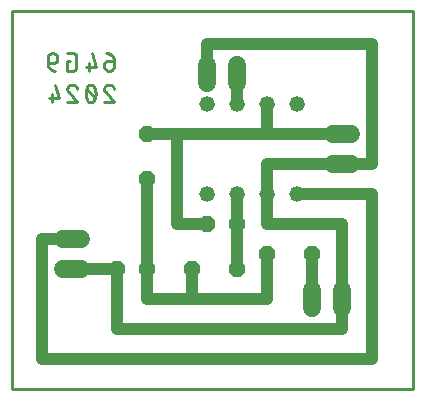
<source format=gbr>
G04 EAGLE Gerber RS-274X export*
G75*
%MOMM*%
%FSLAX34Y34*%
%LPD*%
%INTop Copper*%
%IPPOS*%
%AMOC8*
5,1,8,0,0,1.08239X$1,22.5*%
G01*
%ADD10C,0.279400*%
%ADD11P,1.429621X8X202.500000*%
%ADD12P,1.429621X8X22.500000*%
%ADD13C,1.320800*%
%ADD14P,1.539592X8X202.500000*%
%ADD15P,1.539592X8X112.500000*%
%ADD16P,1.539592X8X22.500000*%
%ADD17C,1.524000*%
%ADD18C,1.016000*%
%ADD19C,0.254000*%


D10*
X86703Y277693D02*
X81708Y277693D01*
X81708Y277692D02*
X81594Y277690D01*
X81481Y277684D01*
X81367Y277675D01*
X81255Y277661D01*
X81142Y277644D01*
X81030Y277622D01*
X80920Y277597D01*
X80810Y277569D01*
X80701Y277536D01*
X80593Y277500D01*
X80486Y277460D01*
X80381Y277416D01*
X80278Y277369D01*
X80176Y277319D01*
X80076Y277265D01*
X79978Y277207D01*
X79882Y277146D01*
X79788Y277083D01*
X79696Y277015D01*
X79606Y276945D01*
X79520Y276872D01*
X79435Y276796D01*
X79353Y276717D01*
X79274Y276635D01*
X79198Y276551D01*
X79125Y276464D01*
X79055Y276374D01*
X78988Y276282D01*
X78924Y276188D01*
X78863Y276092D01*
X78805Y275994D01*
X78751Y275894D01*
X78701Y275792D01*
X78654Y275689D01*
X78610Y275584D01*
X78570Y275477D01*
X78534Y275369D01*
X78501Y275260D01*
X78473Y275150D01*
X78448Y275040D01*
X78426Y274928D01*
X78409Y274815D01*
X78395Y274703D01*
X78386Y274589D01*
X78380Y274476D01*
X78378Y274362D01*
X78377Y274362D02*
X78377Y273530D01*
X78379Y273402D01*
X78385Y273274D01*
X78395Y273146D01*
X78409Y273018D01*
X78426Y272891D01*
X78448Y272765D01*
X78473Y272639D01*
X78503Y272515D01*
X78536Y272391D01*
X78573Y272268D01*
X78614Y272146D01*
X78658Y272026D01*
X78706Y271907D01*
X78758Y271790D01*
X78813Y271674D01*
X78872Y271561D01*
X78935Y271449D01*
X79001Y271338D01*
X79070Y271231D01*
X79142Y271125D01*
X79218Y271021D01*
X79297Y270920D01*
X79379Y270821D01*
X79464Y270725D01*
X79551Y270632D01*
X79642Y270541D01*
X79735Y270454D01*
X79831Y270369D01*
X79930Y270287D01*
X80031Y270208D01*
X80135Y270132D01*
X80241Y270060D01*
X80348Y269991D01*
X80458Y269925D01*
X80571Y269862D01*
X80684Y269803D01*
X80800Y269748D01*
X80917Y269696D01*
X81036Y269648D01*
X81156Y269604D01*
X81278Y269563D01*
X81401Y269526D01*
X81525Y269493D01*
X81649Y269463D01*
X81775Y269438D01*
X81901Y269416D01*
X82028Y269399D01*
X82156Y269385D01*
X82284Y269375D01*
X82412Y269369D01*
X82540Y269367D01*
X82668Y269369D01*
X82796Y269375D01*
X82924Y269385D01*
X83052Y269399D01*
X83179Y269416D01*
X83305Y269438D01*
X83431Y269463D01*
X83555Y269493D01*
X83679Y269526D01*
X83802Y269563D01*
X83924Y269604D01*
X84044Y269648D01*
X84163Y269696D01*
X84280Y269748D01*
X84396Y269803D01*
X84509Y269862D01*
X84621Y269925D01*
X84732Y269991D01*
X84839Y270060D01*
X84945Y270132D01*
X85049Y270208D01*
X85150Y270287D01*
X85249Y270369D01*
X85345Y270454D01*
X85438Y270541D01*
X85529Y270632D01*
X85616Y270725D01*
X85701Y270821D01*
X85783Y270920D01*
X85862Y271021D01*
X85938Y271125D01*
X86010Y271231D01*
X86079Y271338D01*
X86145Y271449D01*
X86208Y271561D01*
X86267Y271674D01*
X86322Y271790D01*
X86374Y271907D01*
X86422Y272026D01*
X86466Y272146D01*
X86507Y272268D01*
X86544Y272391D01*
X86577Y272515D01*
X86607Y272639D01*
X86632Y272765D01*
X86654Y272891D01*
X86671Y273018D01*
X86685Y273146D01*
X86695Y273274D01*
X86701Y273402D01*
X86703Y273530D01*
X86703Y277693D01*
X86701Y277854D01*
X86695Y278015D01*
X86686Y278175D01*
X86672Y278336D01*
X86654Y278496D01*
X86633Y278655D01*
X86608Y278814D01*
X86579Y278973D01*
X86546Y279130D01*
X86509Y279287D01*
X86469Y279443D01*
X86425Y279597D01*
X86377Y279751D01*
X86325Y279904D01*
X86270Y280055D01*
X86211Y280204D01*
X86149Y280353D01*
X86083Y280500D01*
X86013Y280645D01*
X85940Y280788D01*
X85864Y280930D01*
X85784Y281069D01*
X85700Y281207D01*
X85614Y281343D01*
X85524Y281476D01*
X85431Y281608D01*
X85335Y281737D01*
X85236Y281863D01*
X85133Y281988D01*
X85028Y282109D01*
X84920Y282229D01*
X84809Y282345D01*
X84695Y282459D01*
X84579Y282570D01*
X84459Y282678D01*
X84338Y282783D01*
X84213Y282886D01*
X84087Y282985D01*
X83958Y283081D01*
X83826Y283174D01*
X83693Y283264D01*
X83557Y283350D01*
X83419Y283434D01*
X83280Y283514D01*
X83138Y283590D01*
X82995Y283663D01*
X82850Y283733D01*
X82703Y283799D01*
X82554Y283861D01*
X82405Y283920D01*
X82254Y283975D01*
X82101Y284027D01*
X81947Y284075D01*
X81793Y284119D01*
X81637Y284159D01*
X81480Y284196D01*
X81323Y284229D01*
X81164Y284258D01*
X81005Y284283D01*
X80846Y284304D01*
X80686Y284322D01*
X80525Y284336D01*
X80365Y284345D01*
X80204Y284351D01*
X80043Y284353D01*
X67742Y284353D02*
X71072Y272697D01*
X62746Y272697D01*
X65244Y276027D02*
X65244Y269367D01*
X49092Y277693D02*
X46594Y277693D01*
X46594Y269367D01*
X51589Y269367D01*
X51703Y269369D01*
X51816Y269375D01*
X51930Y269384D01*
X52042Y269398D01*
X52155Y269415D01*
X52267Y269437D01*
X52377Y269462D01*
X52487Y269490D01*
X52596Y269523D01*
X52704Y269559D01*
X52811Y269599D01*
X52916Y269643D01*
X53019Y269690D01*
X53121Y269740D01*
X53221Y269794D01*
X53319Y269852D01*
X53415Y269913D01*
X53509Y269976D01*
X53601Y270044D01*
X53691Y270114D01*
X53777Y270187D01*
X53862Y270263D01*
X53944Y270342D01*
X54023Y270424D01*
X54099Y270509D01*
X54172Y270595D01*
X54242Y270685D01*
X54310Y270777D01*
X54373Y270871D01*
X54434Y270967D01*
X54492Y271065D01*
X54546Y271165D01*
X54596Y271267D01*
X54643Y271370D01*
X54687Y271475D01*
X54727Y271582D01*
X54763Y271690D01*
X54796Y271799D01*
X54824Y271909D01*
X54849Y272020D01*
X54871Y272131D01*
X54888Y272244D01*
X54902Y272356D01*
X54911Y272470D01*
X54917Y272583D01*
X54919Y272697D01*
X54920Y272697D02*
X54920Y281023D01*
X54919Y281023D02*
X54917Y281137D01*
X54911Y281250D01*
X54902Y281364D01*
X54888Y281476D01*
X54871Y281589D01*
X54849Y281701D01*
X54824Y281811D01*
X54796Y281921D01*
X54763Y282030D01*
X54727Y282138D01*
X54687Y282245D01*
X54643Y282350D01*
X54596Y282453D01*
X54546Y282555D01*
X54492Y282655D01*
X54434Y282753D01*
X54373Y282849D01*
X54310Y282943D01*
X54242Y283035D01*
X54172Y283125D01*
X54099Y283211D01*
X54023Y283296D01*
X53944Y283378D01*
X53862Y283457D01*
X53778Y283533D01*
X53691Y283606D01*
X53601Y283676D01*
X53509Y283743D01*
X53415Y283807D01*
X53319Y283868D01*
X53221Y283926D01*
X53121Y283980D01*
X53019Y284030D01*
X52916Y284077D01*
X52811Y284121D01*
X52704Y284161D01*
X52596Y284197D01*
X52487Y284230D01*
X52377Y284258D01*
X52267Y284283D01*
X52155Y284305D01*
X52042Y284322D01*
X51930Y284336D01*
X51816Y284345D01*
X51703Y284351D01*
X51589Y284353D01*
X46594Y284353D01*
X35437Y276027D02*
X30442Y276027D01*
X35437Y276028D02*
X35551Y276030D01*
X35664Y276036D01*
X35778Y276045D01*
X35890Y276059D01*
X36003Y276076D01*
X36115Y276098D01*
X36225Y276123D01*
X36335Y276151D01*
X36444Y276184D01*
X36552Y276220D01*
X36659Y276260D01*
X36764Y276304D01*
X36867Y276351D01*
X36969Y276401D01*
X37069Y276455D01*
X37167Y276513D01*
X37263Y276574D01*
X37357Y276637D01*
X37449Y276705D01*
X37539Y276775D01*
X37625Y276848D01*
X37710Y276924D01*
X37792Y277003D01*
X37871Y277085D01*
X37947Y277170D01*
X38020Y277256D01*
X38090Y277346D01*
X38158Y277438D01*
X38221Y277532D01*
X38282Y277628D01*
X38340Y277726D01*
X38394Y277826D01*
X38444Y277928D01*
X38491Y278031D01*
X38535Y278136D01*
X38575Y278243D01*
X38611Y278351D01*
X38644Y278460D01*
X38672Y278570D01*
X38697Y278681D01*
X38719Y278792D01*
X38736Y278905D01*
X38750Y279017D01*
X38759Y279131D01*
X38765Y279244D01*
X38767Y279358D01*
X38767Y280190D01*
X38765Y280318D01*
X38759Y280446D01*
X38749Y280574D01*
X38735Y280702D01*
X38718Y280829D01*
X38696Y280955D01*
X38671Y281081D01*
X38641Y281205D01*
X38608Y281329D01*
X38571Y281452D01*
X38530Y281574D01*
X38486Y281694D01*
X38438Y281813D01*
X38386Y281930D01*
X38331Y282046D01*
X38272Y282159D01*
X38209Y282272D01*
X38143Y282382D01*
X38074Y282489D01*
X38002Y282595D01*
X37926Y282699D01*
X37847Y282800D01*
X37765Y282899D01*
X37680Y282995D01*
X37593Y283088D01*
X37502Y283179D01*
X37409Y283266D01*
X37313Y283351D01*
X37214Y283433D01*
X37113Y283512D01*
X37009Y283588D01*
X36903Y283660D01*
X36796Y283729D01*
X36686Y283795D01*
X36573Y283858D01*
X36460Y283917D01*
X36344Y283972D01*
X36227Y284024D01*
X36108Y284072D01*
X35988Y284116D01*
X35866Y284157D01*
X35743Y284194D01*
X35619Y284227D01*
X35495Y284257D01*
X35369Y284282D01*
X35243Y284304D01*
X35116Y284321D01*
X34988Y284335D01*
X34860Y284345D01*
X34732Y284351D01*
X34604Y284353D01*
X34476Y284351D01*
X34348Y284345D01*
X34220Y284335D01*
X34092Y284321D01*
X33965Y284304D01*
X33839Y284282D01*
X33713Y284257D01*
X33589Y284227D01*
X33465Y284194D01*
X33342Y284157D01*
X33220Y284116D01*
X33100Y284072D01*
X32981Y284024D01*
X32864Y283972D01*
X32748Y283917D01*
X32635Y283858D01*
X32523Y283795D01*
X32412Y283729D01*
X32305Y283660D01*
X32199Y283588D01*
X32095Y283512D01*
X31994Y283433D01*
X31895Y283351D01*
X31799Y283266D01*
X31706Y283179D01*
X31615Y283088D01*
X31528Y282995D01*
X31443Y282899D01*
X31361Y282800D01*
X31282Y282699D01*
X31206Y282595D01*
X31134Y282489D01*
X31065Y282382D01*
X30999Y282272D01*
X30936Y282159D01*
X30877Y282046D01*
X30822Y281930D01*
X30770Y281813D01*
X30722Y281694D01*
X30678Y281574D01*
X30637Y281452D01*
X30600Y281329D01*
X30567Y281205D01*
X30537Y281081D01*
X30512Y280955D01*
X30490Y280829D01*
X30473Y280702D01*
X30459Y280574D01*
X30449Y280446D01*
X30443Y280318D01*
X30441Y280190D01*
X30442Y280190D02*
X30442Y276027D01*
X30444Y275866D01*
X30450Y275705D01*
X30459Y275545D01*
X30473Y275384D01*
X30491Y275224D01*
X30512Y275065D01*
X30537Y274906D01*
X30566Y274747D01*
X30599Y274590D01*
X30636Y274433D01*
X30676Y274277D01*
X30720Y274123D01*
X30768Y273969D01*
X30820Y273816D01*
X30875Y273665D01*
X30934Y273516D01*
X30996Y273367D01*
X31062Y273220D01*
X31132Y273075D01*
X31205Y272932D01*
X31281Y272790D01*
X31361Y272651D01*
X31445Y272513D01*
X31531Y272377D01*
X31621Y272244D01*
X31714Y272112D01*
X31810Y271983D01*
X31909Y271857D01*
X32012Y271732D01*
X32117Y271611D01*
X32225Y271491D01*
X32336Y271375D01*
X32450Y271261D01*
X32566Y271150D01*
X32686Y271042D01*
X32807Y270937D01*
X32932Y270834D01*
X33058Y270735D01*
X33187Y270639D01*
X33319Y270546D01*
X33452Y270456D01*
X33588Y270370D01*
X33726Y270286D01*
X33865Y270206D01*
X34007Y270130D01*
X34150Y270057D01*
X34295Y269987D01*
X34442Y269921D01*
X34591Y269859D01*
X34740Y269800D01*
X34891Y269745D01*
X35044Y269693D01*
X35198Y269645D01*
X35352Y269601D01*
X35508Y269561D01*
X35665Y269524D01*
X35822Y269491D01*
X35981Y269462D01*
X36140Y269437D01*
X36299Y269416D01*
X36459Y269398D01*
X36620Y269384D01*
X36780Y269375D01*
X36941Y269369D01*
X37102Y269367D01*
X78377Y253937D02*
X78379Y254057D01*
X78385Y254177D01*
X78394Y254297D01*
X78408Y254416D01*
X78425Y254535D01*
X78446Y254653D01*
X78471Y254771D01*
X78500Y254887D01*
X78532Y255003D01*
X78568Y255118D01*
X78608Y255231D01*
X78651Y255343D01*
X78698Y255454D01*
X78748Y255563D01*
X78802Y255670D01*
X78859Y255776D01*
X78920Y255879D01*
X78984Y255981D01*
X79051Y256081D01*
X79121Y256178D01*
X79194Y256273D01*
X79271Y256366D01*
X79350Y256456D01*
X79432Y256544D01*
X79517Y256629D01*
X79605Y256711D01*
X79695Y256790D01*
X79788Y256867D01*
X79883Y256940D01*
X79980Y257010D01*
X80080Y257077D01*
X80182Y257141D01*
X80285Y257202D01*
X80391Y257259D01*
X80498Y257313D01*
X80607Y257363D01*
X80718Y257410D01*
X80830Y257453D01*
X80943Y257493D01*
X81058Y257529D01*
X81174Y257561D01*
X81290Y257590D01*
X81408Y257615D01*
X81526Y257636D01*
X81645Y257653D01*
X81764Y257667D01*
X81884Y257676D01*
X82004Y257682D01*
X82124Y257684D01*
X82124Y257683D02*
X82262Y257681D01*
X82399Y257675D01*
X82536Y257665D01*
X82673Y257652D01*
X82809Y257634D01*
X82945Y257612D01*
X83081Y257587D01*
X83215Y257558D01*
X83348Y257525D01*
X83481Y257488D01*
X83612Y257447D01*
X83743Y257403D01*
X83871Y257355D01*
X83999Y257303D01*
X84125Y257247D01*
X84249Y257188D01*
X84372Y257126D01*
X84492Y257060D01*
X84611Y256991D01*
X84728Y256918D01*
X84843Y256842D01*
X84955Y256762D01*
X85065Y256680D01*
X85173Y256594D01*
X85278Y256506D01*
X85380Y256414D01*
X85480Y256320D01*
X85578Y256222D01*
X85672Y256122D01*
X85764Y256019D01*
X85852Y255914D01*
X85937Y255806D01*
X86020Y255696D01*
X86099Y255584D01*
X86175Y255469D01*
X86248Y255352D01*
X86317Y255233D01*
X86383Y255113D01*
X86445Y254990D01*
X86504Y254866D01*
X86559Y254740D01*
X86611Y254612D01*
X86659Y254483D01*
X86703Y254353D01*
X79627Y251023D02*
X79537Y251111D01*
X79451Y251202D01*
X79367Y251295D01*
X79286Y251391D01*
X79208Y251489D01*
X79134Y251589D01*
X79062Y251692D01*
X78994Y251797D01*
X78929Y251905D01*
X78867Y252014D01*
X78809Y252125D01*
X78754Y252238D01*
X78703Y252352D01*
X78656Y252468D01*
X78612Y252585D01*
X78572Y252704D01*
X78535Y252824D01*
X78502Y252945D01*
X78473Y253067D01*
X78448Y253189D01*
X78427Y253313D01*
X78409Y253437D01*
X78396Y253562D01*
X78386Y253687D01*
X78380Y253812D01*
X78378Y253937D01*
X79626Y251023D02*
X86703Y242697D01*
X78377Y242697D01*
X71072Y250190D02*
X71068Y250485D01*
X71058Y250779D01*
X71040Y251074D01*
X71016Y251368D01*
X70984Y251661D01*
X70946Y251953D01*
X70900Y252244D01*
X70847Y252534D01*
X70788Y252823D01*
X70722Y253110D01*
X70649Y253396D01*
X70569Y253680D01*
X70482Y253962D01*
X70389Y254241D01*
X70289Y254519D01*
X70182Y254793D01*
X70069Y255066D01*
X69949Y255335D01*
X69823Y255602D01*
X69785Y255705D01*
X69744Y255806D01*
X69700Y255905D01*
X69652Y256004D01*
X69601Y256100D01*
X69546Y256194D01*
X69488Y256287D01*
X69427Y256377D01*
X69362Y256465D01*
X69295Y256551D01*
X69224Y256634D01*
X69151Y256715D01*
X69075Y256793D01*
X68996Y256869D01*
X68914Y256941D01*
X68830Y257011D01*
X68743Y257077D01*
X68655Y257141D01*
X68564Y257201D01*
X68470Y257258D01*
X68375Y257312D01*
X68278Y257362D01*
X68180Y257409D01*
X68080Y257452D01*
X67978Y257492D01*
X67875Y257528D01*
X67771Y257560D01*
X67665Y257589D01*
X67559Y257614D01*
X67452Y257635D01*
X67344Y257652D01*
X67236Y257666D01*
X67127Y257675D01*
X67018Y257681D01*
X66909Y257683D01*
X66800Y257681D01*
X66691Y257675D01*
X66582Y257666D01*
X66474Y257652D01*
X66366Y257635D01*
X66259Y257614D01*
X66152Y257589D01*
X66047Y257560D01*
X65943Y257528D01*
X65840Y257492D01*
X65738Y257452D01*
X65638Y257409D01*
X65539Y257362D01*
X65442Y257311D01*
X65347Y257258D01*
X65254Y257201D01*
X65163Y257140D01*
X65074Y257077D01*
X64988Y257010D01*
X64903Y256941D01*
X64822Y256868D01*
X64743Y256793D01*
X64667Y256715D01*
X64593Y256634D01*
X64523Y256551D01*
X64455Y256465D01*
X64390Y256377D01*
X64329Y256286D01*
X64271Y256194D01*
X64216Y256099D01*
X64165Y256003D01*
X64117Y255905D01*
X64073Y255805D01*
X64032Y255704D01*
X63995Y255601D01*
X63995Y255602D02*
X63869Y255335D01*
X63749Y255066D01*
X63636Y254793D01*
X63529Y254519D01*
X63429Y254241D01*
X63336Y253962D01*
X63249Y253680D01*
X63169Y253396D01*
X63096Y253110D01*
X63030Y252823D01*
X62971Y252534D01*
X62918Y252244D01*
X62872Y251953D01*
X62834Y251661D01*
X62802Y251368D01*
X62778Y251074D01*
X62760Y250779D01*
X62750Y250485D01*
X62746Y250190D01*
X71072Y250190D02*
X71068Y249895D01*
X71058Y249601D01*
X71040Y249306D01*
X71016Y249012D01*
X70984Y248719D01*
X70946Y248427D01*
X70900Y248136D01*
X70847Y247846D01*
X70788Y247557D01*
X70722Y247270D01*
X70649Y246984D01*
X70569Y246700D01*
X70482Y246418D01*
X70389Y246139D01*
X70289Y245861D01*
X70182Y245587D01*
X70069Y245314D01*
X69949Y245045D01*
X69823Y244778D01*
X69785Y244675D01*
X69744Y244574D01*
X69700Y244475D01*
X69652Y244376D01*
X69601Y244280D01*
X69546Y244186D01*
X69488Y244093D01*
X69427Y244003D01*
X69362Y243915D01*
X69295Y243829D01*
X69224Y243746D01*
X69151Y243665D01*
X69075Y243587D01*
X68996Y243511D01*
X68914Y243439D01*
X68830Y243369D01*
X68743Y243303D01*
X68655Y243239D01*
X68564Y243179D01*
X68470Y243122D01*
X68375Y243068D01*
X68278Y243018D01*
X68180Y242971D01*
X68080Y242928D01*
X67978Y242888D01*
X67875Y242852D01*
X67771Y242820D01*
X67665Y242791D01*
X67559Y242766D01*
X67452Y242745D01*
X67344Y242728D01*
X67236Y242714D01*
X67127Y242705D01*
X67018Y242699D01*
X66909Y242697D01*
X63995Y244778D02*
X63869Y245045D01*
X63749Y245314D01*
X63636Y245587D01*
X63529Y245861D01*
X63429Y246139D01*
X63336Y246418D01*
X63249Y246700D01*
X63169Y246984D01*
X63096Y247270D01*
X63030Y247557D01*
X62971Y247846D01*
X62918Y248136D01*
X62872Y248427D01*
X62834Y248719D01*
X62802Y249012D01*
X62778Y249306D01*
X62760Y249601D01*
X62750Y249895D01*
X62746Y250190D01*
X63995Y244779D02*
X64032Y244676D01*
X64073Y244575D01*
X64117Y244475D01*
X64165Y244377D01*
X64216Y244281D01*
X64271Y244186D01*
X64329Y244094D01*
X64390Y244003D01*
X64455Y243915D01*
X64523Y243829D01*
X64593Y243746D01*
X64667Y243665D01*
X64743Y243587D01*
X64822Y243512D01*
X64903Y243439D01*
X64988Y243370D01*
X65074Y243303D01*
X65163Y243240D01*
X65254Y243179D01*
X65347Y243122D01*
X65442Y243069D01*
X65539Y243018D01*
X65638Y242971D01*
X65738Y242928D01*
X65840Y242888D01*
X65943Y242852D01*
X66047Y242820D01*
X66152Y242791D01*
X66259Y242766D01*
X66366Y242745D01*
X66474Y242728D01*
X66582Y242714D01*
X66691Y242705D01*
X66800Y242699D01*
X66909Y242697D01*
X70239Y246027D02*
X63579Y254353D01*
X50862Y257684D02*
X50742Y257682D01*
X50622Y257676D01*
X50502Y257667D01*
X50383Y257653D01*
X50264Y257636D01*
X50146Y257615D01*
X50028Y257590D01*
X49912Y257561D01*
X49796Y257529D01*
X49681Y257493D01*
X49568Y257453D01*
X49456Y257410D01*
X49345Y257363D01*
X49236Y257313D01*
X49129Y257259D01*
X49023Y257202D01*
X48920Y257141D01*
X48818Y257077D01*
X48718Y257010D01*
X48621Y256940D01*
X48526Y256867D01*
X48433Y256790D01*
X48343Y256711D01*
X48255Y256629D01*
X48170Y256544D01*
X48088Y256456D01*
X48009Y256366D01*
X47932Y256273D01*
X47859Y256178D01*
X47789Y256081D01*
X47722Y255981D01*
X47658Y255879D01*
X47597Y255776D01*
X47540Y255670D01*
X47486Y255563D01*
X47436Y255454D01*
X47389Y255343D01*
X47346Y255231D01*
X47306Y255118D01*
X47270Y255003D01*
X47238Y254887D01*
X47209Y254771D01*
X47184Y254653D01*
X47163Y254535D01*
X47146Y254416D01*
X47132Y254297D01*
X47123Y254177D01*
X47117Y254057D01*
X47115Y253937D01*
X50862Y257683D02*
X51000Y257681D01*
X51137Y257675D01*
X51274Y257665D01*
X51411Y257652D01*
X51547Y257634D01*
X51683Y257612D01*
X51819Y257587D01*
X51953Y257558D01*
X52086Y257525D01*
X52219Y257488D01*
X52350Y257447D01*
X52481Y257403D01*
X52609Y257355D01*
X52737Y257303D01*
X52863Y257247D01*
X52987Y257188D01*
X53110Y257126D01*
X53230Y257060D01*
X53349Y256991D01*
X53466Y256918D01*
X53581Y256842D01*
X53693Y256762D01*
X53803Y256680D01*
X53911Y256594D01*
X54016Y256506D01*
X54118Y256414D01*
X54218Y256320D01*
X54316Y256222D01*
X54410Y256122D01*
X54502Y256019D01*
X54590Y255914D01*
X54675Y255806D01*
X54758Y255696D01*
X54837Y255584D01*
X54913Y255469D01*
X54986Y255352D01*
X55055Y255233D01*
X55121Y255113D01*
X55183Y254990D01*
X55242Y254866D01*
X55297Y254740D01*
X55349Y254612D01*
X55397Y254483D01*
X55441Y254353D01*
X48364Y251023D02*
X48274Y251111D01*
X48188Y251202D01*
X48104Y251295D01*
X48023Y251391D01*
X47945Y251489D01*
X47871Y251589D01*
X47799Y251692D01*
X47731Y251797D01*
X47666Y251905D01*
X47604Y252014D01*
X47546Y252125D01*
X47491Y252238D01*
X47440Y252352D01*
X47393Y252468D01*
X47349Y252585D01*
X47309Y252704D01*
X47272Y252824D01*
X47239Y252945D01*
X47210Y253067D01*
X47185Y253189D01*
X47164Y253313D01*
X47146Y253437D01*
X47133Y253562D01*
X47123Y253687D01*
X47117Y253812D01*
X47115Y253937D01*
X48364Y251023D02*
X55441Y242697D01*
X47115Y242697D01*
X39809Y246027D02*
X36479Y257683D01*
X39809Y246027D02*
X31484Y246027D01*
X33981Y249357D02*
X33981Y242697D01*
D11*
X114300Y101600D03*
X88900Y101600D03*
D12*
X165100Y139700D03*
X190500Y139700D03*
D13*
X165100Y165100D03*
X190500Y165100D03*
X190500Y241300D03*
X165100Y241300D03*
X215900Y165100D03*
X241300Y165100D03*
X215900Y241300D03*
X241300Y241300D03*
D14*
X254000Y114300D03*
X215900Y114300D03*
D15*
X114300Y177800D03*
X114300Y215900D03*
D16*
X152400Y101600D03*
X190500Y101600D03*
D17*
X190500Y259080D02*
X190500Y274320D01*
X165100Y274320D02*
X165100Y259080D01*
X58420Y101600D02*
X43180Y101600D01*
X43180Y127000D02*
X58420Y127000D01*
X254000Y83820D02*
X254000Y68580D01*
X279400Y68580D02*
X279400Y83820D01*
X271780Y215900D02*
X287020Y215900D01*
X287020Y190500D02*
X271780Y190500D01*
D18*
X215900Y190500D02*
X215900Y165100D01*
X215900Y190500D02*
X279400Y190500D01*
X215900Y165100D02*
X215900Y139700D01*
X279400Y139700D02*
X279400Y76200D01*
X279400Y139700D02*
X215900Y139700D01*
X165100Y266700D02*
X165100Y292100D01*
X304800Y292100D01*
X304800Y190500D01*
X279400Y190500D01*
X88900Y101600D02*
X50800Y101600D01*
X88900Y101600D02*
X88900Y50800D01*
X279400Y50800D01*
X279400Y76200D01*
X152400Y76200D02*
X152400Y101600D01*
X152400Y76200D02*
X215900Y76200D01*
X215900Y114300D01*
X114300Y101600D02*
X114300Y76200D01*
X152400Y76200D01*
X114300Y101600D02*
X114300Y177800D01*
X190500Y241300D02*
X190500Y266700D01*
X50800Y127000D02*
X25400Y127000D01*
X25400Y25400D01*
X241300Y165100D02*
X304800Y165100D01*
X304800Y25400D01*
X25400Y25400D01*
X190500Y139700D02*
X190500Y165100D01*
X190500Y139700D02*
X190500Y101600D01*
X254000Y114300D02*
X254000Y76200D01*
X215900Y215900D02*
X215900Y241300D01*
X215900Y215900D02*
X279400Y215900D01*
X165100Y139700D02*
X139700Y139700D01*
X139700Y215900D01*
X114300Y215900D01*
X139700Y215900D02*
X215900Y215900D01*
D19*
X0Y0D02*
X340000Y0D01*
X340000Y320000D01*
X0Y320000D01*
X0Y0D01*
M02*

</source>
